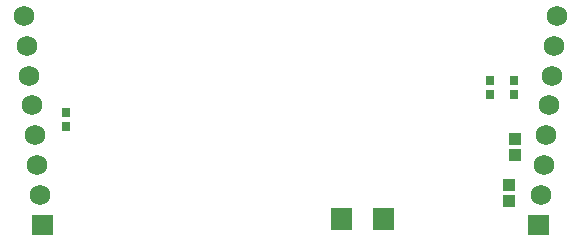
<source format=gbs>
G04 start of page 7 for group -4062 idx -4062 *
G04 Title: roomunit-psu, soldermask *
G04 Creator: pcb 1.99z *
G04 CreationDate: tor 11 jun 2015 09:01:47 UTC *
G04 For: jonatan *
G04 Format: Gerber/RS-274X *
G04 PCB-Dimensions (mil): 2401.57 2401.57 *
G04 PCB-Coordinate-Origin: lower left *
%MOIN*%
%FSLAX25Y25*%
%LNBOTTOMMASK*%
%ADD74R,0.0276X0.0276*%
%ADD73R,0.0394X0.0394*%
%ADD72R,0.0696X0.0696*%
%ADD71C,0.0001*%
%ADD70C,0.0685*%
G54D70*X34787Y114531D03*
X33915Y124493D03*
X33044Y134456D03*
X32172Y144417D03*
G54D71*G36*
X33976Y88071D02*Y81220D01*
X40827D01*
Y88071D01*
X33976D01*
G37*
G54D70*X36530Y94607D03*
X35658Y104570D03*
X31301Y154379D03*
G54D71*G36*
X199331Y88071D02*Y81220D01*
X206181D01*
Y88071D01*
X199331D01*
G37*
G54D70*X203628Y94607D03*
X204499Y104570D03*
X205370Y114531D03*
X206242Y124493D03*
X207114Y134456D03*
X207985Y144417D03*
X208857Y154379D03*
G54D72*X151181Y86676D02*Y86553D01*
X137186Y86676D02*Y86553D01*
G54D73*X194882Y113469D02*Y113302D01*
Y108161D02*Y107994D01*
G54D74*X186614Y128130D02*Y127854D01*
X194488Y128130D02*Y127854D01*
G54D73*X192913Y98115D02*Y97948D01*
Y92806D02*Y92639D01*
G54D74*X186614Y132815D02*Y132539D01*
X194488Y132815D02*Y132539D01*
X45276Y122185D02*Y121909D01*
Y117500D02*Y117224D01*
M02*

</source>
